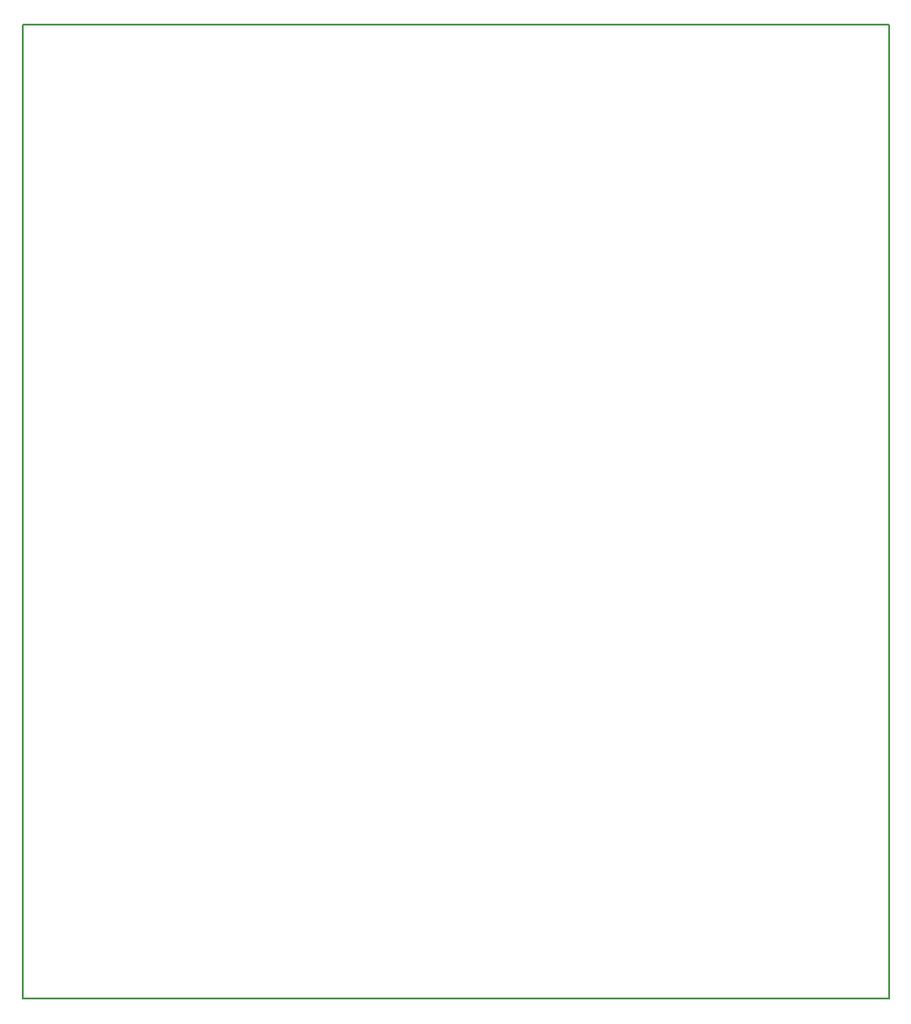
<source format=gbr>
%TF.GenerationSoftware,KiCad,Pcbnew,(6.0.2)*%
%TF.CreationDate,2022-03-14T20:10:21-04:00*%
%TF.ProjectId,Sedna_Hardware,5365646e-615f-4486-9172-64776172652e,1*%
%TF.SameCoordinates,Original*%
%TF.FileFunction,Profile,NP*%
%FSLAX46Y46*%
G04 Gerber Fmt 4.6, Leading zero omitted, Abs format (unit mm)*
G04 Created by KiCad (PCBNEW (6.0.2)) date 2022-03-14 20:10:21*
%MOMM*%
%LPD*%
G01*
G04 APERTURE LIST*
%TA.AperFunction,Profile*%
%ADD10C,0.150000*%
%TD*%
G04 APERTURE END LIST*
D10*
X183139004Y-56388000D02*
X102616000Y-56388000D01*
X102616000Y-56388000D02*
X102616000Y-146812000D01*
X102616000Y-146812000D02*
X183139004Y-146812000D01*
X183139004Y-146812000D02*
X183139004Y-56388000D01*
M02*

</source>
